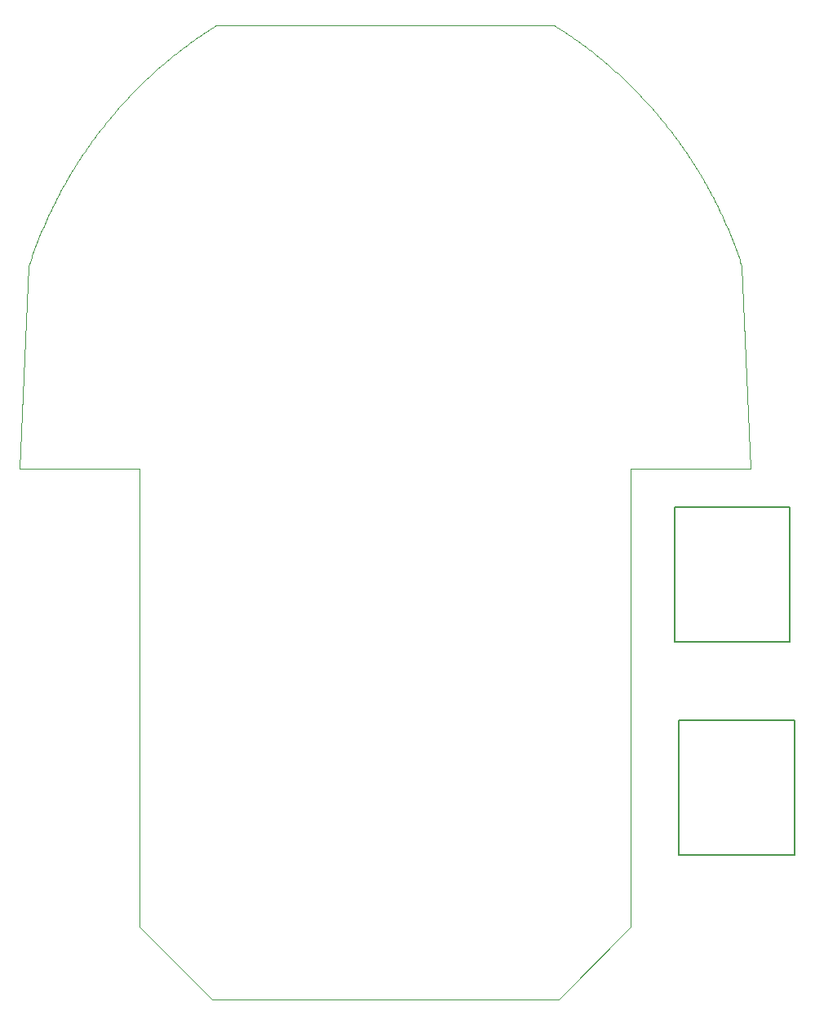
<source format=gbr>
%TF.GenerationSoftware,KiCad,Pcbnew,no-vcs-found-0b1eb56~60~ubuntu17.04.1*%
%TF.CreationDate,2017-11-06T00:21:04+01:00*%
%TF.ProjectId,perenquen,706572656E7175656E2E6B696361645F,rev?*%
%TF.SameCoordinates,Original*%
%TF.FileFunction,Profile,NP*%
%FSLAX46Y46*%
G04 Gerber Fmt 4.6, Leading zero omitted, Abs format (unit mm)*
G04 Created by KiCad (PCBNEW no-vcs-found-0b1eb56~60~ubuntu17.04.1) date Mon Nov  6 00:21:04 2017*
%MOMM*%
%LPD*%
G01*
G04 APERTURE LIST*
%ADD10C,0.150000*%
%ADD11C,0.100000*%
G04 APERTURE END LIST*
D10*
X42500000Y-1060000D02*
X42500000Y-15060000D01*
X30500000Y-1060000D02*
X42500000Y-1060000D01*
X30500000Y-15060000D02*
X30500000Y-1060000D01*
X42500000Y-15060000D02*
X30500000Y-15060000D01*
X42020000Y21050000D02*
X42020000Y7050000D01*
X30020000Y21050000D02*
X42020000Y21050000D01*
X30020000Y7050000D02*
X30020000Y21050000D01*
X42020000Y7050000D02*
X30020000Y7050000D01*
D11*
X25461175Y64721179D02*
X25296415Y64885939D01*
X28650454Y61237686D02*
X28497463Y61425983D01*
X24778598Y65380218D02*
X24602070Y65544978D01*
X27885498Y62143865D02*
X27732506Y62320394D01*
X32487003Y55859456D02*
X32357549Y56059521D01*
X32604689Y55659390D02*
X32487003Y55859456D01*
X-23519559Y66533537D02*
X-23696088Y66368777D01*
X24084254Y66015720D02*
X23907725Y66180480D01*
X-26391087Y63767926D02*
X-26555847Y63603166D01*
X-26238096Y63944454D02*
X-26391087Y63767926D01*
X-27509002Y62567533D02*
X-27661993Y62391005D01*
X-27356011Y62744062D02*
X-27509002Y62567533D01*
X-28426949Y61508363D02*
X-28579941Y61320066D01*
X-28273958Y61684891D02*
X-28426949Y61508363D01*
X-18294320Y70499541D02*
X-18482617Y70370087D01*
X-33687494Y53752884D02*
X-33805180Y53552819D01*
X-33581577Y53964718D02*
X-33687494Y53752884D01*
X-28732932Y61143538D02*
X-28874154Y60955241D01*
X-28579941Y61320066D02*
X-28732932Y61143538D01*
X-33463892Y54164783D02*
X-33581577Y53964718D01*
X-33346206Y54376617D02*
X-33463892Y54164783D01*
X-20789254Y68746026D02*
X-20977551Y68604803D01*
X31463139Y57448211D02*
X31333685Y57648276D01*
X31604361Y57248146D02*
X31463139Y57448211D01*
X-34122931Y52929085D02*
X-34228848Y52717251D01*
X-34017014Y53129151D02*
X-34122931Y52929085D01*
X-36853236Y46444610D02*
X-36923847Y46221008D01*
X-36782625Y46668213D02*
X-36853236Y46444610D01*
X-18682682Y70240632D02*
X-18882748Y70111178D01*
X-34334765Y52505417D02*
X-34440682Y52293583D01*
X-34228848Y52717251D02*
X-34334765Y52505417D01*
X-18882748Y70111178D02*
X-19071045Y69969956D01*
X-25402528Y64768253D02*
X-25579056Y64603493D01*
X-25237768Y64933013D02*
X-25402528Y64768253D01*
X-18094255Y70628995D02*
X-18294320Y70499541D01*
X18694255Y70228864D02*
X18494189Y70358318D01*
X-24037376Y66062795D02*
X-24213904Y65898035D01*
X29968532Y59566551D02*
X29827310Y59754848D01*
X-34946730Y51234413D02*
X-35052647Y51022579D01*
X-34852581Y51446247D02*
X-34946730Y51234413D01*
X23025084Y66957205D02*
X22836787Y67110196D01*
X-36382494Y47774457D02*
X-36464874Y47550855D01*
X-36311882Y47998060D02*
X-36382494Y47774457D01*
X-35335092Y50387076D02*
X-35429241Y50163474D01*
X-35240944Y50598911D02*
X-35335092Y50387076D01*
X22660258Y67263188D02*
X22483730Y67416178D01*
X-31263172Y57765962D02*
X-31392626Y57565897D01*
X-31121949Y57954259D02*
X-31263172Y57765962D01*
X34322898Y52552491D02*
X34205213Y52764325D01*
X34417047Y52340657D02*
X34322898Y52552491D01*
X-17894189Y70746680D02*
X-18094255Y70628995D01*
X22295433Y67557401D02*
X22118905Y67710393D01*
X18494189Y70358318D02*
X18294124Y70487772D01*
X-34746664Y51658081D02*
X-34852581Y51446247D01*
X-34652516Y51869915D02*
X-34746664Y51658081D01*
X-19459407Y69711047D02*
X-19647704Y69569824D01*
X-24390432Y65745044D02*
X-24555192Y65580283D01*
X-24213904Y65898035D02*
X-24390432Y65745044D01*
X-24731720Y65427293D02*
X-24896480Y65262532D01*
X-24555192Y65580283D02*
X-24731720Y65427293D01*
X-36052974Y48645330D02*
X-36135354Y48433496D01*
X-35970594Y48868933D02*
X-36052974Y48645330D01*
X18882551Y70099409D02*
X18694255Y70228864D01*
X-20600957Y68887248D02*
X-20789254Y68746026D01*
X-21718970Y68028144D02*
X-21895498Y67886921D01*
X28944668Y60872861D02*
X28803445Y61061158D01*
X-17694123Y70876134D02*
X-17894189Y70746680D01*
X24260782Y65862729D02*
X24084254Y66015720D01*
X-36229503Y48209894D02*
X-36311882Y47998060D01*
X-36135354Y48433496D02*
X-36229503Y48209894D01*
X-20036067Y69299148D02*
X-20224363Y69169694D01*
X19282682Y69828733D02*
X19082617Y69969956D01*
X23731197Y66333471D02*
X23554669Y66498231D01*
X24955127Y65215459D02*
X24778598Y65380218D01*
X23907725Y66180480D02*
X23731197Y66333471D01*
X19082617Y69969956D02*
X18882551Y70099409D01*
X-34546599Y52081749D02*
X-34652516Y51869915D01*
X-34440682Y52293583D02*
X-34546599Y52081749D01*
X-17505826Y71005589D02*
X-17694123Y70876134D01*
X25625935Y64556419D02*
X25461175Y64721179D01*
X24602070Y65544978D02*
X24437310Y65697969D01*
X19659276Y69558056D02*
X19470980Y69699279D01*
X-25073009Y65097773D02*
X-25237768Y64933013D01*
X-24896480Y65262532D02*
X-25073009Y65097773D01*
X26120214Y64050371D02*
X25955454Y64215131D01*
X-29027146Y60778713D02*
X-29168368Y60590416D01*
X-28874154Y60955241D02*
X-29027146Y60778713D01*
X-26720607Y63426638D02*
X-26873598Y63261878D01*
X-26555847Y63603166D02*
X-26720607Y63426638D01*
X31980955Y56659718D02*
X31851501Y56859783D01*
X32110409Y56459652D02*
X31980955Y56659718D01*
X26944013Y63191267D02*
X26779253Y63367795D01*
X-19259342Y69840502D02*
X-19459407Y69711047D01*
X-36700245Y46891816D02*
X-36782625Y46668213D01*
X-36629633Y47115418D02*
X-36700245Y46891816D01*
X-26073336Y64109214D02*
X-26238096Y63944454D01*
X-25908576Y64273974D02*
X-26073336Y64109214D01*
X-33004918Y54988583D02*
X-33122604Y54776749D01*
X-32887233Y55188648D02*
X-33004918Y54988583D01*
X-23872616Y66215786D02*
X-24037376Y66062795D01*
X-23696088Y66368777D02*
X-23872616Y66215786D01*
X31733816Y57059848D02*
X31604361Y57248146D01*
X31851501Y56859783D02*
X31733816Y57059848D01*
X19470980Y69699279D02*
X19282682Y69828733D01*
X-23343031Y66686528D02*
X-23519559Y66533537D01*
X-23166503Y66839519D02*
X-23343031Y66686528D01*
X-27038358Y63085350D02*
X-27191349Y62920590D01*
X-26873598Y63261878D02*
X-27038358Y63085350D01*
X23554669Y66498231D02*
X23378140Y66651222D01*
X29533095Y60131442D02*
X29391873Y60319739D01*
X-21165848Y68463580D02*
X-21342376Y68322358D01*
X26284974Y63885612D02*
X26120214Y64050371D01*
X22483730Y67416178D02*
X22295433Y67557401D01*
X-19071045Y69969956D02*
X-19259342Y69840502D01*
X26449734Y63709083D02*
X26284974Y63885612D01*
X18000237Y-30003608D02*
X25501874Y-22501972D01*
X-25502070Y-22501972D02*
X-18000433Y-30003608D01*
X27732506Y62320394D02*
X27579515Y62496922D01*
X26779253Y63367795D02*
X26614493Y63544323D01*
X29827310Y59754848D02*
X29686087Y59943145D01*
X29391873Y60319739D02*
X29238882Y60508036D01*
X17505630Y71005589D02*
X-17505826Y71005589D01*
X22118905Y67710393D02*
X21930608Y67863384D01*
X32722375Y55447556D02*
X32604689Y55659390D01*
X32851829Y55247491D02*
X32722375Y55447556D01*
X-30992495Y58154324D02*
X-31121949Y57954259D01*
X-30863041Y58342621D02*
X-30992495Y58154324D01*
X34099296Y52976159D02*
X33993379Y53187993D01*
X34205213Y52764325D02*
X34099296Y52976159D01*
X-35699918Y49516203D02*
X-35794066Y49304369D01*
X-35617538Y49739806D02*
X-35699918Y49516203D01*
X28191480Y61779040D02*
X28038489Y61967337D01*
X20047638Y69287379D02*
X19859342Y69428602D01*
X-32028128Y56589107D02*
X-32157582Y56389041D01*
X-31898674Y56789172D02*
X-32028128Y56589107D01*
X-32769547Y55388714D02*
X-32887233Y55188648D01*
X-32651861Y55588779D02*
X-32769547Y55388714D01*
X-32522407Y55788844D02*
X-32651861Y55588779D01*
X-32404721Y55988910D02*
X-32522407Y55788844D01*
X22836787Y67110196D02*
X22660258Y67263188D01*
X29238882Y60508036D02*
X29097659Y60684564D01*
X-33911097Y53340985D02*
X-34017014Y53129151D01*
X-33805180Y53552819D02*
X-33911097Y53340985D01*
X-33240289Y54576683D02*
X-33346206Y54376617D01*
X-33122604Y54776749D02*
X-33240289Y54576683D01*
X25790694Y64391659D02*
X25625935Y64556419D01*
X32239863Y56259587D02*
X32110409Y56459652D01*
X32357549Y56059521D02*
X32239863Y56259587D01*
X30392200Y59001660D02*
X30250978Y59189957D01*
X-25743817Y64438734D02*
X-25908576Y64273974D01*
X-25579056Y64603493D02*
X-25743817Y64438734D01*
X-18000433Y-30003608D02*
X18000237Y-30003608D01*
X25501874Y-22501972D02*
X25501874Y25001645D01*
X-25502070Y25001645D02*
X-25502070Y-22501972D01*
X25501874Y25001645D02*
X37907687Y25001645D01*
X-25502070Y25001645D02*
X-37907785Y25001645D01*
X33663859Y53811727D02*
X33546173Y54011792D01*
X33769776Y53599893D02*
X33663859Y53811727D01*
X-31780988Y56977468D02*
X-31898674Y56789172D01*
X-31651534Y57177534D02*
X-31780988Y56977468D01*
X26614493Y63544323D02*
X26449734Y63709083D01*
X23378140Y66651222D02*
X23201612Y66804214D01*
X19859342Y69428602D02*
X19659276Y69558056D01*
X33440256Y54223627D02*
X33322571Y54435461D01*
X33546173Y54011792D02*
X33440256Y54223627D01*
X-22260323Y67592707D02*
X-22448620Y67439716D01*
X-22083795Y67733929D02*
X-22260323Y67592707D01*
X-31522080Y57377599D02*
X-31651534Y57177534D01*
X-31392626Y57565897D02*
X-31522080Y57377599D01*
X-21530673Y68181135D02*
X-21718970Y68028144D01*
X30109755Y59378254D02*
X29968532Y59566551D01*
X33887462Y53388059D02*
X33769776Y53599893D01*
X33993379Y53187993D02*
X33887462Y53388059D01*
X-35888214Y49092535D02*
X-35970594Y48868933D01*
X-35794066Y49304369D02*
X-35888214Y49092535D01*
X36547155Y47339021D02*
X36464776Y47562623D01*
X36617767Y47115418D02*
X36547155Y47339021D01*
X36382396Y47786226D02*
X36300016Y48009828D01*
X36464776Y47562623D02*
X36382396Y47786226D01*
X36217636Y48233431D02*
X36135256Y48445265D01*
X36300016Y48009828D02*
X36217636Y48233431D01*
X36052876Y48668867D02*
X35958728Y48892470D01*
X36135256Y48445265D02*
X36052876Y48668867D01*
X35876348Y49104304D02*
X35782199Y49327907D01*
X35958728Y48892470D02*
X35876348Y49104304D01*
X35699819Y49551509D02*
X35605671Y49763343D01*
X35782199Y49327907D02*
X35699819Y49551509D01*
X35511523Y49986946D02*
X35417374Y50198780D01*
X35605671Y49763343D02*
X35511523Y49986946D01*
X35323226Y50410614D02*
X35229077Y50634216D01*
X35417374Y50198780D02*
X35323226Y50410614D01*
X36994361Y45997405D02*
X36923750Y46221008D01*
X37907687Y25001645D02*
X36994361Y45997405D01*
X-29603805Y60037294D02*
X-29745028Y59860765D01*
X-29462582Y60225590D02*
X-29603805Y60037294D01*
X36853138Y46444610D02*
X36782527Y46668213D01*
X36923750Y46221008D02*
X36853138Y46444610D01*
X-29321360Y60413887D02*
X-29462582Y60225590D01*
X-29168368Y60590416D02*
X-29321360Y60413887D01*
X-30168696Y59295874D02*
X-30309919Y59107577D01*
X-30027473Y59484171D02*
X-30168696Y59295874D01*
X36700147Y46891816D02*
X36617767Y47115418D01*
X36782527Y46668213D02*
X36700147Y46891816D01*
X-32275267Y56188975D02*
X-32404721Y55988910D01*
X-32157582Y56389041D02*
X-32275267Y56188975D01*
X28803445Y61061158D02*
X28650454Y61237686D01*
X17705696Y70876134D02*
X17505630Y71005589D01*
X35134928Y50846050D02*
X35029011Y51057884D01*
X35229077Y50634216D02*
X35134928Y50846050D01*
X-29886251Y59672468D02*
X-30027473Y59484171D01*
X-29745028Y59860765D02*
X-29886251Y59672468D01*
X34934863Y51281487D02*
X34828946Y51493321D01*
X35029011Y51057884D02*
X34934863Y51281487D01*
X34734798Y51705155D02*
X34628881Y51916989D01*
X34828946Y51493321D02*
X34734798Y51705155D01*
X-30721818Y58530918D02*
X-30863041Y58342621D01*
X-30592364Y58719215D02*
X-30721818Y58530918D01*
X-30451141Y58919280D02*
X-30592364Y58719215D01*
X-30309919Y59107577D02*
X-30451141Y58919280D01*
X25119886Y65050698D02*
X24955127Y65215459D01*
X-21342376Y68322358D02*
X-21530673Y68181135D01*
X20436001Y69016702D02*
X20235936Y69146156D01*
X30933554Y58236704D02*
X30804100Y58425001D01*
X31074776Y58036639D02*
X30933554Y58236704D01*
X20235936Y69146156D02*
X20047638Y69287379D01*
X-27191251Y62920590D02*
X-27356011Y62744062D01*
X30521654Y58813363D02*
X30392200Y59001660D01*
X20812595Y68734257D02*
X20624298Y68875480D01*
X-22989974Y66992510D02*
X-23166503Y66839519D01*
X-20224363Y69169694D02*
X-20412660Y69028471D01*
X20624298Y68875480D02*
X20436001Y69016702D01*
X28038489Y61967337D02*
X27885498Y62143865D01*
X17893992Y70746680D02*
X17705696Y70876134D01*
X33204885Y54635526D02*
X33087200Y54835591D01*
X33322571Y54435461D02*
X33204885Y54635526D01*
X-22801677Y67145502D02*
X-22989974Y66992510D01*
X-22625149Y67286724D02*
X-22801677Y67145502D01*
X-20412660Y69028471D02*
X-20600957Y68887248D01*
X-19647704Y69569824D02*
X-19836001Y69440370D01*
X21189189Y68440043D02*
X21000892Y68581266D01*
X21742311Y68004607D02*
X21554014Y68157598D01*
X27414755Y62673450D02*
X27261764Y62849979D01*
X-35523389Y49951640D02*
X-35617538Y49739806D01*
X-35429241Y50163474D02*
X-35523389Y49951640D01*
X27579515Y62496922D02*
X27414755Y62673450D01*
X-36994459Y45997405D02*
X-37907785Y25001645D01*
X-36923847Y46221008D02*
X-36994459Y45997405D01*
X-27814985Y62214477D02*
X-27979744Y62037948D01*
X-27661993Y62391005D02*
X-27814985Y62214477D01*
X29686087Y59943145D02*
X29533095Y60131442D01*
X28497463Y61425983D02*
X28344471Y61602511D01*
X21000892Y68581266D02*
X20812595Y68734257D01*
X-19836001Y69440370D02*
X-20036067Y69299148D01*
X25296415Y64885939D02*
X25119886Y65050698D01*
X31204231Y57836573D02*
X31074776Y58036639D01*
X31333685Y57648276D02*
X31204231Y57836573D01*
X18094058Y70617226D02*
X17893992Y70746680D01*
X32969514Y55047425D02*
X32851829Y55247491D01*
X33087200Y54835591D02*
X32969514Y55047425D01*
X23201612Y66804214D02*
X23025084Y66957205D01*
X-35146796Y50810745D02*
X-35240944Y50598911D01*
X-35052647Y51022579D02*
X-35146796Y50810745D01*
X21554014Y68157598D02*
X21377486Y68298820D01*
X-36547254Y47327252D02*
X-36629633Y47115418D01*
X-36464874Y47550855D02*
X-36547254Y47327252D01*
X21377486Y68298820D02*
X21189189Y68440043D01*
X-21895498Y67886921D02*
X-22083795Y67733929D01*
X28344471Y61602511D02*
X28191480Y61779040D01*
X30250978Y59189957D02*
X30109755Y59378254D01*
X30662877Y58613298D02*
X30521654Y58813363D01*
X30804100Y58425001D02*
X30662877Y58613298D01*
X-28132736Y61861420D02*
X-28273958Y61684891D01*
X-27979744Y62037948D02*
X-28132736Y61861420D01*
X27261764Y62849979D02*
X27097004Y63026507D01*
X25955454Y64215131D02*
X25790694Y64391659D01*
X18294124Y70487772D02*
X18094058Y70617226D01*
X34522964Y52128823D02*
X34417047Y52340657D01*
X34628881Y51916989D02*
X34522964Y52128823D01*
X-18482617Y70370087D02*
X-18682682Y70240632D01*
X29097659Y60684564D02*
X28944668Y60872861D01*
X24437310Y65697969D02*
X24260782Y65862729D01*
X-20977551Y68604803D02*
X-21165848Y68463580D01*
X-22448620Y67439716D02*
X-22625149Y67286724D01*
X27097004Y63026507D02*
X26944013Y63191267D01*
X21930608Y67863384D02*
X21742311Y68004607D01*
M02*

</source>
